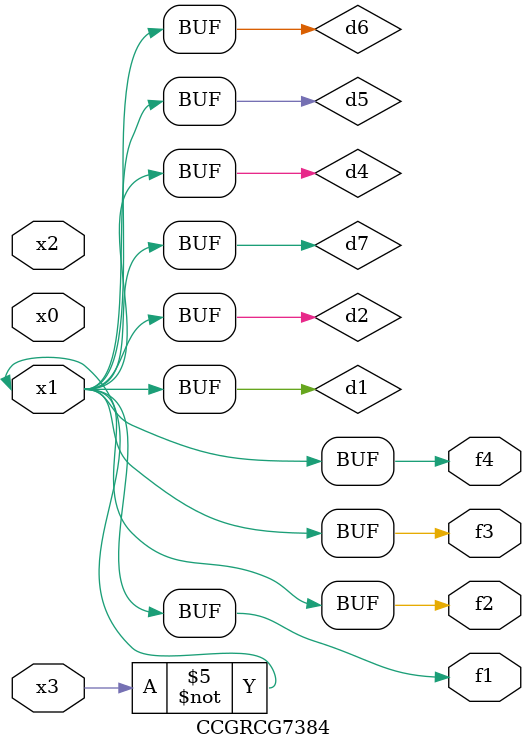
<source format=v>
module CCGRCG7384(
	input x0, x1, x2, x3,
	output f1, f2, f3, f4
);

	wire d1, d2, d3, d4, d5, d6, d7;

	not (d1, x3);
	buf (d2, x1);
	xnor (d3, d1, d2);
	nor (d4, d1);
	buf (d5, d1, d2);
	buf (d6, d4, d5);
	nand (d7, d4);
	assign f1 = d6;
	assign f2 = d7;
	assign f3 = d6;
	assign f4 = d6;
endmodule

</source>
